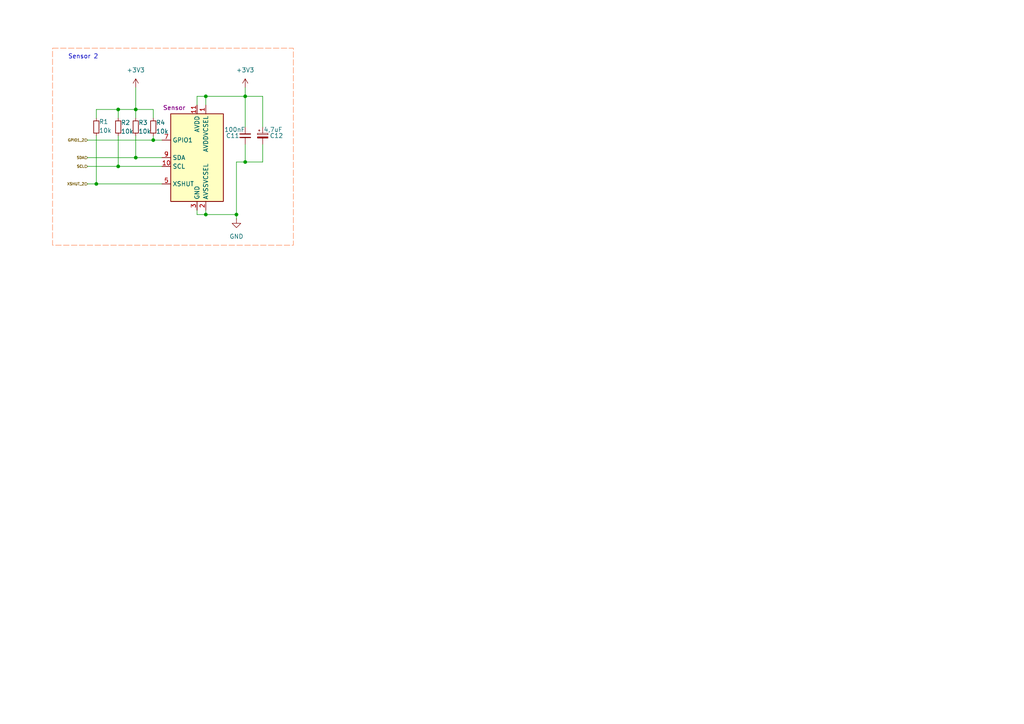
<source format=kicad_sch>
(kicad_sch (version 20231120) (generator "eeschema") (generator_version "8.0")
  (paper "A4")
  (lib_symbols
    (symbol "Device:C_Polarized_Small" (pin_numbers hide) (pin_names (offset 0.254) hide)
      (property "Reference" "C" (at 0.254 1.778 0))
      (property "Value" "C_Polarized_Small" (at 0.254 -2.032 0))
      (symbol "C_Polarized_Small_0_1"
        (rectangle (start -1.524 -0.3048) (end 1.524 -0.6858) (fill (type outline)))
        (rectangle (start -1.524 0.6858) (end 1.524 0.3048))
        (polyline (pts (xy -1.27 1.524) (xy -0.762 1.524)))
        (polyline (pts (xy -1.016 1.27) (xy -1.016 1.778)))
      )
      (symbol "C_Polarized_Small_1_1"
        (pin passive line (at 0 2.54 270) (length 1.8542) (name "~") (number "1"))
        (pin passive line (at 0 -2.54 90) (length 1.8542) (name "~") (number "2"))
      )
    )
    (symbol "Device:C_Small" (pin_numbers hide) (pin_names (offset 0.254) hide)
      (property "Reference" "C" (at 0.254 1.778 0))
      (property "Value" "C_Small" (at 0.254 -2.032 0))
      (symbol "C_Small_0_1"
        (polyline (pts (xy -1.524 -0.508) (xy 1.524 -0.508)) (stroke (width 0.3302)))
        (polyline (pts (xy -1.524 0.508) (xy 1.524 0.508)) (stroke (width 0.3048)))
      )
      (symbol "C_Small_1_1"
        (pin passive line (at 0 2.54 270) (length 2.032) (name "~") (number "1"))
        (pin passive line (at 0 -2.54 90) (length 2.032) (name "~") (number "2"))
      )
    )
    (symbol "Device:R_Small" (pin_numbers hide) (pin_names (offset 0.254) hide)
      (property "Reference" "R" (at 0.762 0.508 0))
      (property "Value" "R_Small" (at 0.762 -1.016 0))
      (symbol "R_Small_0_1"
        (rectangle (start -0.762 1.778) (end 0.762 -1.778) (stroke (width 0.2032)))
      )
      (symbol "R_Small_1_1"
        (pin passive line (at 0 2.54 270) (length 0.762) (name "~") (number "1"))
        (pin passive line (at 0 -2.54 90) (length 0.762) (name "~") (number "2"))
      )
    )
    (symbol "Sensor_Distance:VL53L0CXV0DH1"
      (property "Reference" "U" (at -6.35 13.97 0))
      (property "Value" "VL53L0CXV0DH1" (at 12.065 13.97 0))
      (symbol "VL53L0CXV0DH1_0_1"
        (rectangle (start -7.62 12.7) (end 7.62 -12.7) (stroke (width 0.254)) (fill (type background)))
      )
      (symbol "VL53L0CXV0DH1_1_1"
        (pin power_in line (at 2.54 15.24 270) (length 2.54) (name "AVDDVCSEL") (number "1"))
        (pin input line (at -10.16 -2.54 0) (length 2.54) (name "SCL") (number "10"))
        (pin power_in line (at 0 15.24 270) (length 2.54) (name "AVDD") (number "11"))
        (pin passive line (at 0 -15.24 90) (length 2.54) hide (name "GND") (number "12"))
        (pin power_in line (at 2.54 -15.24 90) (length 2.54) (name "AVSSVCSEL") (number "2"))
        (pin power_in line (at 0 -15.24 90) (length 2.54) (name "GND") (number "3"))
        (pin passive line (at 0 -15.24 90) (length 2.54) hide (name "GND") (number "4"))
        (pin input line (at -10.16 -7.62 0) (length 2.54) (name "XSHUT") (number "5"))
        (pin passive line (at 0 -15.24 90) (length 2.54) hide (name "GND") (number "6"))
        (pin open_collector line (at -10.16 5.08 0) (length 2.54) (name "GPIO1") (number "7"))
        (pin no_connect line (at -7.62 7.62 0) (length 2.54) hide (name "DNC") (number "8"))
        (pin bidirectional line (at -10.16 0 0) (length 2.54) (name "SDA") (number "9"))
      )
    )
    (symbol "power:+5V" (power) (pin_numbers hide) (pin_names (offset 0) hide)
      (property "Value" "+5V" (at 0 3.556 0))
      (symbol "+5V_0_1"
        (polyline (pts (xy -0.762 1.27) (xy 0 2.54)))
        (polyline (pts (xy 0 0) (xy 0 2.54)))
        (polyline (pts (xy 0 2.54) (xy 0.762 1.27)))
      )
      (symbol "+5V_1_1"
        (pin power_in line (at 0 0 90) (length 0) (name "~") (number "1"))
      )
    )
    (symbol "power:GND" (power) (pin_numbers hide) (pin_names (offset 0) hide)
      (property "Value" "GND" (at 0 -3.81 0))
      (symbol "GND_0_1"
        (polyline (pts (xy 0 0) (xy 0 -1.27) (xy 1.27 -1.27) (xy 0 -2.54) (xy -1.27 -1.27) (xy 0 -1.27)))
      )
      (symbol "GND_1_1"
        (pin power_in line (at 0 0 270) (length 0) (name "~") (number "1"))
      )
    )
  )
  (junction (at 34.29 31.75))
  (junction (at 39.37 31.75))
  (junction (at 44.45 40.64))
  (junction (at 68.58 62.23))
  (junction (at 59.69 27.94))
  (junction (at 34.29 48.26))
  (junction (at 59.69 62.23))
  (junction (at 39.37 45.72))
  (junction (at 27.94 53.34))
  (junction (at 71.12 46.99))
  (junction (at 71.12 27.94))
  (wire (pts (xy 34.29 48.26) (xy 46.99 48.26)))
  (wire (pts (xy 25.4 45.72) (xy 39.37 45.72)))
  (wire (pts (xy 57.15 27.94) (xy 59.69 27.94)))
  (wire (pts (xy 71.12 46.99) (xy 76.2 46.99)))
  (wire (pts (xy 59.69 62.23) (xy 59.69 60.96)))
  (wire (pts (xy 44.45 39.37) (xy 44.45 40.64)))
  (wire (pts (xy 44.45 31.75) (xy 44.45 34.29)))
  (wire (pts (xy 34.29 39.37) (xy 34.29 48.26)))
  (wire (pts (xy 57.15 60.96) (xy 57.15 62.23)))
  (wire (pts (xy 39.37 25.4) (xy 39.37 31.75)))
  (wire (pts (xy 34.29 31.75) (xy 34.29 34.29)))
  (wire (pts (xy 25.4 48.26) (xy 34.29 48.26)))
  (wire (pts (xy 27.94 53.34) (xy 46.99 53.34)))
  (wire (pts (xy 57.15 62.23) (xy 59.69 62.23)))
  (wire (pts (xy 68.58 46.99) (xy 68.58 62.23)))
  (wire (pts (xy 25.4 53.34) (xy 27.94 53.34)))
  (wire (pts (xy 71.12 27.94) (xy 76.2 27.94)))
  (wire (pts (xy 59.69 30.48) (xy 59.69 27.94)))
  (wire (pts (xy 39.37 45.72) (xy 46.99 45.72)))
  (wire (pts (xy 39.37 39.37) (xy 39.37 45.72)))
  (wire (pts (xy 71.12 41.91) (xy 71.12 46.99)))
  (wire (pts (xy 57.15 30.48) (xy 57.15 27.94)))
  (wire (pts (xy 44.45 40.64) (xy 46.99 40.64)))
  (wire (pts (xy 27.94 34.29) (xy 27.94 31.75)))
  (wire (pts (xy 59.69 27.94) (xy 71.12 27.94)))
  (wire (pts (xy 34.29 31.75) (xy 39.37 31.75)))
  (wire (pts (xy 71.12 27.94) (xy 71.12 36.83)))
  (wire (pts (xy 68.58 62.23) (xy 68.58 63.5)))
  (wire (pts (xy 25.4 40.64) (xy 44.45 40.64)))
  (wire (pts (xy 76.2 27.94) (xy 76.2 36.83)))
  (wire (pts (xy 27.94 39.37) (xy 27.94 53.34)))
  (wire (pts (xy 59.69 62.23) (xy 68.58 62.23)))
  (wire (pts (xy 76.2 41.91) (xy 76.2 46.99)))
  (wire (pts (xy 39.37 31.75) (xy 39.37 34.29)))
  (wire (pts (xy 68.58 46.99) (xy 71.12 46.99)))
  (wire (pts (xy 39.37 31.75) (xy 44.45 31.75)))
  (wire (pts (xy 27.94 31.75) (xy 34.29 31.75)))
  (wire (pts (xy 71.12 25.4) (xy 71.12 27.94)))
  (rectangle (start 15.24 13.97) (end 85.09 71.12) (stroke (width 0) (type dash) (color 255 133 81 1)))
  (text "Sensor 2\n" (at 24.13 16.51 0) (effects (font (size 1.27 1.27))))
  (hierarchical_label "XSHUT_2" (shape input) (at 25.4 53.34 180) (effects (font (size 0.762 0.762))))
  (hierarchical_label "SCL" (shape input) (at 25.4 48.26 180) (effects (font (size 0.762 0.762))))
  (hierarchical_label "SDA" (shape input) (at 25.4 45.72 180) (effects (font (size 0.762 0.762))))
  (hierarchical_label "GPIO1_2" (shape input) (at 25.4 40.64 180) (effects (font (size 0.762 0.762))))
  (symbol (lib_id "Device:R_Small") (at 44.45 36.83 0) (unit 1)
    (property "Reference" "R4" (at 45.212 35.56 0) (effects (justify left)))
    (property "Value" "10k" (at 45.212 38.1 0) (effects (justify left)))
    (property "Description" "Resistor, small symbol" (effects (hide yes)))
  )
  (symbol (lib_id "power:+5V") (at 71.12 25.4 0) (unit 1)
    (property "Reference" "#PWR027" (effects (hide yes)))
    (property "Value" "+3V3" (at 71.12 20.32 0))
    (property "Description" "Power symbol creates a global label with name \"+5V\"" (effects (hide yes)))
  )
  (symbol (lib_id "Device:C_Small") (at 71.12 39.37 0) (unit 1)
    (property "Reference" "C11" (at 65.532 39.37 0) (effects (justify left)))
    (property "Value" "100nF" (at 65.024 37.592 0) (effects (justify left)))
    (property "Description" "Unpolarized capacitor, small symbol" (effects (hide yes)))
  )
  (symbol (lib_id "power:+5V") (at 39.37 25.4 0) (unit 1)
    (property "Reference" "#PWR025" (effects (hide yes)))
    (property "Value" "+3V3" (at 39.37 20.32 0))
    (property "Description" "Power symbol creates a global label with name \"+5V\"" (effects (hide yes)))
  )
  (symbol (lib_id "power:GND") (at 68.58 63.5 0) (unit 1)
    (property "Reference" "#PWR026" (effects (hide yes)))
    (property "Value" "GND" (at 68.58 68.58 0))
    (property "Description" "Power symbol creates a global label with name \"GND\" , ground" (effects (hide yes)))
  )
  (symbol (lib_id "Sensor_Distance:VL53L0CXV0DH1") (at 57.15 45.72 0) (unit 1)
    (property "Reference" "U3" (effects (hide yes)))
    (property "Value" "VL53L0CXV0DH1" (effects (hide yes)))
    (property "Footprint" "Sensor_Distance:ST_VL53L1x" (effects (hide yes)))
    (property "Datasheet" "https://www.st.com/resource/en/datasheet/vl53l0x.pdf" (effects (hide yes)))
    (property "Description" "Sensor" (at 50.546 31.242 0))
  )
  (symbol (lib_id "Device:R_Small") (at 39.37 36.83 0) (unit 1)
    (property "Reference" "R3" (at 40.132 35.56 0) (effects (justify left)))
    (property "Value" "10k" (at 40.132 38.1 0) (effects (justify left)))
    (property "Description" "Resistor, small symbol" (effects (hide yes)))
  )
  (symbol (lib_id "Device:R_Small") (at 27.94 36.83 0) (unit 1)
    (property "Reference" "R1" (at 28.702 35.306 0) (effects (justify left)))
    (property "Value" "10k" (at 28.702 37.846 0) (effects (justify left)))
    (property "Description" "Resistor, small symbol" (effects (hide yes)))
  )
  (symbol (lib_id "Device:R_Small") (at 34.29 36.83 0) (unit 1)
    (property "Reference" "R2" (at 35.052 35.56 0) (effects (justify left)))
    (property "Value" "10k" (at 35.052 38.1 0) (effects (justify left)))
    (property "Description" "Resistor, small symbol" (effects (hide yes)))
  )
  (symbol (lib_id "Device:C_Polarized_Small") (at 76.2 39.37 0) (unit 1)
    (property "Reference" "C12" (at 78.232 39.37 0) (effects (justify left)))
    (property "Value" "4,7uF" (at 76.454 37.592 0) (effects (justify left)))
    (property "Description" "Polarized capacitor, small symbol" (effects (hide yes)))
  )
)
</source>
